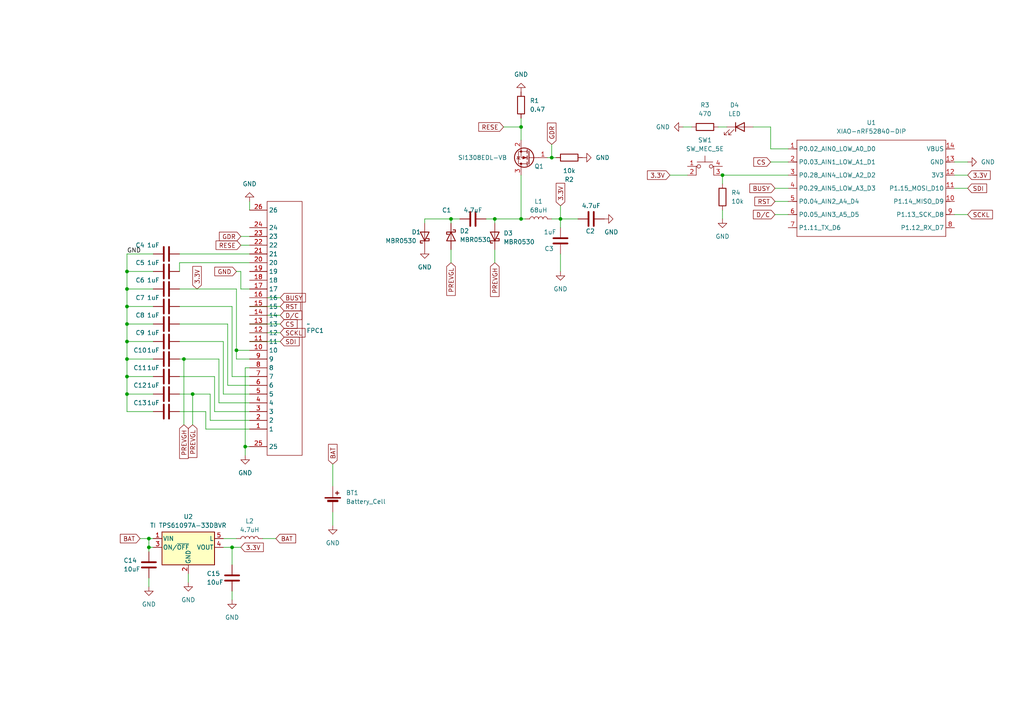
<source format=kicad_sch>
(kicad_sch (version 20250114) (generator "eeschema") (generator_version "9.0")
  (paper "A4")
  (lib_symbols
    (symbol "Device:Battery_Cell" (pin_numbers (hide yes)) (pin_names (offset 0) (hide yes))
      (property "Reference" "BT" (at 2.54 2.54 0))
      (property "Value" "Battery_Cell" (at 2.54 0 0))
      (symbol "Battery_Cell_0_1"
        (rectangle (start -2.286 1.778) (end 2.286 1.524) (fill (type outline)))
        (rectangle (start -1.524 1.016) (end 1.524 0.508) (fill (type outline)))
        (polyline (pts (xy 0 1.778) (xy 0 2.54)))
        (polyline (pts (xy 0 0.762) (xy 0 0)))
        (polyline (pts (xy 0.762 3.048) (xy 1.778 3.048)) (stroke (width 0.254)))
        (polyline (pts (xy 1.27 3.556) (xy 1.27 2.54)) (stroke (width 0.254)))
      )
      (symbol "Battery_Cell_1_1"
        (pin passive line (at 0 5.08 270) (length 2.54) (name "+") (number "1"))
        (pin passive line (at 0 -2.54 90) (length 2.54) (name "-") (number "2"))
      )
    )
    (symbol "Device:C" (pin_numbers (hide yes)) (pin_names (offset 0.254))
      (property "Reference" "C" (at 0.635 2.54 0))
      (property "Value" "C" (at 0.635 -2.54 0))
      (symbol "C_0_1"
        (polyline (pts (xy -2.032 0.762) (xy 2.032 0.762)) (stroke (width 0.508)))
        (polyline (pts (xy -2.032 -0.762) (xy 2.032 -0.762)) (stroke (width 0.508)))
      )
      (symbol "C_1_1"
        (pin passive line (at 0 3.81 270) (length 2.794) (name "~") (number "1"))
        (pin passive line (at 0 -3.81 90) (length 2.794) (name "~") (number "2"))
      )
    )
    (symbol "Device:L" (pin_numbers (hide yes)) (pin_names (offset 1.016) (hide yes))
      (property "Reference" "L" (at -1.27 0 90))
      (property "Value" "L" (at 1.905 0 90))
      (symbol "L_0_1"
        (arc (start 0 2.54) (mid 0.6323 1.905) (end 0 1.27))
        (arc (start 0 1.27) (mid 0.6323 0.635) (end 0 0))
        (arc (start 0 0) (mid 0.6323 -0.635) (end 0 -1.27))
        (arc (start 0 -1.27) (mid 0.6323 -1.905) (end 0 -2.54))
      )
      (symbol "L_1_1"
        (pin passive line (at 0 3.81 270) (length 1.27) (name "1") (number "1"))
        (pin passive line (at 0 -3.81 90) (length 1.27) (name "2") (number "2"))
      )
    )
    (symbol "Device:LED" (pin_numbers (hide yes)) (pin_names (offset 1.016) (hide yes))
      (property "Reference" "D" (at 0 2.54 0))
      (property "Value" "LED" (at 0 -2.54 0))
      (symbol "LED_0_1"
        (polyline (pts (xy -3.048 -0.762) (xy -4.572 -2.286) (xy -3.81 -2.286) (xy -4.572 -2.286) (xy -4.572 -1.524)))
        (polyline (pts (xy -1.778 -0.762) (xy -3.302 -2.286) (xy -2.54 -2.286) (xy -3.302 -2.286) (xy -3.302 -1.524)))
        (polyline (pts (xy -1.27 0) (xy 1.27 0)))
        (polyline (pts (xy -1.27 -1.27) (xy -1.27 1.27)) (stroke (width 0.254)))
        (polyline (pts (xy 1.27 -1.27) (xy 1.27 1.27) (xy -1.27 0) (xy 1.27 -1.27)) (stroke (width 0.254)))
      )
      (symbol "LED_1_1"
        (pin passive line (at -3.81 0 0) (length 2.54) (name "K") (number "1"))
        (pin passive line (at 3.81 0 180) (length 2.54) (name "A") (number "2"))
      )
    )
    (symbol "Device:R" (pin_numbers (hide yes)) (pin_names (offset 0))
      (property "Reference" "R" (at 2.032 0 90))
      (property "Value" "R" (at 0 0 90))
      (symbol "R_0_1"
        (rectangle (start -1.016 -2.54) (end 1.016 2.54) (stroke (width 0.254)))
      )
      (symbol "R_1_1"
        (pin passive line (at 0 3.81 270) (length 1.27) (name "~") (number "1"))
        (pin passive line (at 0 -3.81 90) (length 1.27) (name "~") (number "2"))
      )
    )
    (symbol "Diode:MBR0530" (pin_numbers (hide yes)) (pin_names (offset 1.016) (hide yes))
      (property "Reference" "D" (at 0 2.54 0))
      (property "Value" "MBR0530" (at 0 -2.54 0))
      (symbol "MBR0530_0_1"
        (polyline (pts (xy -1.905 0.635) (xy -1.905 1.27) (xy -1.27 1.27) (xy -1.27 -1.27) (xy -0.635 -1.27) (xy -0.635 -0.635)) (stroke (width 0.254)))
        (polyline (pts (xy 1.27 1.27) (xy 1.27 -1.27) (xy -1.27 0) (xy 1.27 1.27)) (stroke (width 0.254)))
        (polyline (pts (xy 1.27 0) (xy -1.27 0)))
      )
      (symbol "MBR0530_1_1"
        (pin passive line (at -3.81 0 0) (length 2.54) (name "K") (number "1"))
        (pin passive line (at 3.81 0 180) (length 2.54) (name "A") (number "2"))
      )
    )
    (symbol "MyLib:AFC07-S24ECA-00"
      (property "Reference" "FPC" (at 0 0 0))
      (symbol "AFC07-S24ECA-00_1_0"
        (rectangle (start -2.54 -36.83) (end 7.62 36.83))
        (pin unspecified line (at -7.62 34.29 0) (length 5.08) (name "25") (number "25"))
        (pin unspecified line (at -7.62 29.21 0) (length 5.08) (name "1") (number "1"))
        (pin unspecified line (at -7.62 26.67 0) (length 5.08) (name "2") (number "2"))
        (pin unspecified line (at -7.62 24.13 0) (length 5.08) (name "3") (number "3"))
        (pin unspecified line (at -7.62 21.59 0) (length 5.08) (name "4") (number "4"))
        (pin unspecified line (at -7.62 19.05 0) (length 5.08) (name "5") (number "5"))
        (pin unspecified line (at -7.62 16.51 0) (length 5.08) (name "6") (number "6"))
        (pin unspecified line (at -7.62 13.97 0) (length 5.08) (name "7") (number "7"))
        (pin unspecified line (at -7.62 11.43 0) (length 5.08) (name "8") (number "8"))
        (pin unspecified line (at -7.62 8.89 0) (length 5.08) (name "9") (number "9"))
        (pin unspecified line (at -7.62 6.35 0) (length 5.08) (name "10") (number "10"))
        (pin unspecified line (at -7.62 3.81 0) (length 5.08) (name "11") (number "11"))
        (pin unspecified line (at -7.62 1.27 0) (length 5.08) (name "12") (number "12"))
        (pin unspecified line (at -7.62 -1.27 0) (length 5.08) (name "13") (number "13"))
        (pin unspecified line (at -7.62 -3.81 0) (length 5.08) (name "14") (number "14"))
        (pin unspecified line (at -7.62 -6.35 0) (length 5.08) (name "15") (number "15"))
        (pin unspecified line (at -7.62 -8.89 0) (length 5.08) (name "16") (number "16"))
        (pin unspecified line (at -7.62 -11.43 0) (length 5.08) (name "17") (number "17"))
        (pin unspecified line (at -7.62 -13.97 0) (length 5.08) (name "18") (number "18"))
        (pin unspecified line (at -7.62 -16.51 0) (length 5.08) (name "19") (number "19"))
        (pin unspecified line (at -7.62 -19.05 0) (length 5.08) (name "20") (number "20"))
        (pin unspecified line (at -7.62 -21.59 0) (length 5.08) (name "21") (number "21"))
        (pin unspecified line (at -7.62 -24.13 0) (length 5.08) (name "22") (number "22"))
        (pin unspecified line (at -7.62 -26.67 0) (length 5.08) (name "23") (number "23"))
        (pin unspecified line (at -7.62 -29.21 0) (length 5.08) (name "24") (number "24"))
        (pin unspecified line (at -7.62 -34.29 0) (length 5.08) (name "26") (number "26"))
      )
    )
    (symbol "Regulator_Linear:LP2985-3.3" (pin_names (offset 0.254))
      (property "Reference" "U2" (at 0 8.89 0))
      (property "Value" "TI TPS61097A-33DBVR" (at 0 6.35 0))
      (symbol "LP2985-3.3_0_1"
        (rectangle (start -7.62 -5.08) (end 7.62 4.445) (stroke (width 0.254)) (fill (type background)))
      )
      (symbol "LP2985-3.3_1_1"
        (pin power_in line (at -10.16 2.54 0) (length 2.54) (name "VIN") (number "1"))
        (pin input line (at -10.16 0 0) (length 2.54) (name "ON/~{OFF}") (number "3"))
        (pin power_in line (at 0 -7.62 90) (length 2.54) (name "GND") (number "2"))
        (pin output line (at 10.16 2.54 180) (length 2.54) (name "L") (number "5"))
        (pin power_out line (at 10.16 0 180) (length 2.54) (name "VOUT") (number "4"))
      )
    )
    (symbol "Seeed_XIAO:XIAO-nRF52840-DIP"
      (property "Reference" "U" (at -3.048 1.778 0))
      (property "Value" "XIAO-nRF52840-DIP" (at 3.048 -0.254 0))
      (symbol "XIAO-nRF52840-DIP_1_0"
        (polyline (pts (xy -3.81 -1.27) (xy 39.37 -1.27)) (stroke (width 0.1524)))
        (polyline (pts (xy -3.81 -3.81) (xy -5.08 -3.81)) (stroke (width 0.1524)))
        (polyline (pts (xy -3.81 -3.81) (xy -3.81 -1.27)) (stroke (width 0.1524)))
        (polyline (pts (xy -3.81 -7.62) (xy -5.08 -7.62)) (stroke (width 0.1524)))
        (polyline (pts (xy -3.81 -7.62) (xy -3.81 -3.81)) (stroke (width 0.1524)))
        (polyline (pts (xy -3.81 -11.43) (xy -5.08 -11.43)) (stroke (width 0.1524)))
        (polyline (pts (xy -3.81 -11.43) (xy -3.81 -7.62)) (stroke (width 0.1524)))
        (polyline (pts (xy -3.81 -15.24) (xy -5.08 -15.24)) (stroke (width 0.1524)))
        (polyline (pts (xy -3.81 -15.24) (xy -3.81 -11.43)) (stroke (width 0.1524)))
        (polyline (pts (xy -3.81 -19.05) (xy -5.08 -19.05)) (stroke (width 0.1524)))
        (polyline (pts (xy -3.81 -22.86) (xy -5.08 -22.86)) (stroke (width 0.1524)))
        (polyline (pts (xy -3.81 -26.67) (xy -5.08 -26.67)) (stroke (width 0.1524)))
        (polyline (pts (xy -3.81 -29.21) (xy -3.81 -15.24)) (stroke (width 0.1524)))
        (polyline (pts (xy 39.37 -1.27) (xy 39.37 -3.81)) (stroke (width 0.1524)))
        (polyline (pts (xy 39.37 -3.81) (xy 39.37 -7.62)) (stroke (width 0.1524)))
        (polyline (pts (xy 39.37 -7.62) (xy 39.37 -11.43)) (stroke (width 0.1524)))
        (polyline (pts (xy 39.37 -11.43) (xy 39.37 -29.21)) (stroke (width 0.1524)))
        (polyline (pts (xy 39.37 -29.21) (xy -3.81 -29.21)) (stroke (width 0.1524)))
        (polyline (pts (xy 40.64 -3.81) (xy 39.37 -3.81)) (stroke (width 0.1524)))
        (polyline (pts (xy 40.64 -7.62) (xy 39.37 -7.62)) (stroke (width 0.1524)))
        (polyline (pts (xy 40.64 -11.43) (xy 39.37 -11.43)) (stroke (width 0.1524)))
        (polyline (pts (xy 40.64 -15.24) (xy 39.37 -15.24)) (stroke (width 0.1524)))
        (polyline (pts (xy 40.64 -19.05) (xy 39.37 -19.05)) (stroke (width 0.1524)))
        (polyline (pts (xy 40.64 -22.86) (xy 39.37 -22.86)) (stroke (width 0.1524)))
        (polyline (pts (xy 40.64 -26.67) (xy 39.37 -26.67)) (stroke (width 0.1524)))
        (pin passive line (at -6.35 -3.81 0) (length 2.54) (name "P0.02_AIN0_LOW_A0_D0") (number "1"))
        (pin passive line (at -6.35 -7.62 0) (length 2.54) (name "P0.03_AIN1_LOW_A1_D1") (number "2"))
        (pin passive line (at -6.35 -11.43 0) (length 2.54) (name "P0.28_AIN4_LOW_A2_D2") (number "3"))
        (pin passive line (at -6.35 -15.24 0) (length 2.54) (name "P0.29_AIN5_LOW_A3_D3") (number "4"))
        (pin passive line (at -6.35 -19.05 0) (length 2.54) (name "P0.04_AIN2_A4_D4") (number "5"))
        (pin passive line (at -6.35 -22.86 0) (length 2.54) (name "P0.05_AIN3_A5_D5") (number "6"))
        (pin passive line (at -6.35 -26.67 0) (length 2.54) (name "P1.11_TX_D6") (number "7"))
        (pin passive line (at 41.91 -3.81 180) (length 2.54) (name "VBUS") (number "14"))
        (pin passive line (at 41.91 -7.62 180) (length 2.54) (name "GND") (number "13"))
        (pin passive line (at 41.91 -11.43 180) (length 2.54) (name "3V3") (number "12"))
        (pin passive line (at 41.91 -15.24 180) (length 2.54) (name "P1.15_MOSI_D10") (number "11"))
        (pin passive line (at 41.91 -19.05 180) (length 2.54) (name "P1.14_MISO_D9") (number "10"))
        (pin passive line (at 41.91 -22.86 180) (length 2.54) (name "P1.13_SCK_D8") (number "9"))
        (pin passive line (at 41.91 -26.67 180) (length 2.54) (name "P1.12_RX_D7") (number "8"))
      )
    )
    (symbol "Switch:SW_MEC_5E" (pin_names (offset 1.016) (hide yes))
      (property "Reference" "SW" (at 0.635 5.715 0))
      (property "Value" "SW_MEC_5E" (at 0 -3.175 0))
      (symbol "SW_MEC_5E_0_1"
        (polyline (pts (xy -2.54 0) (xy -2.54 2.54) (xy -2.286 2.54)))
        (polyline (pts (xy -2.286 3.81) (xy 2.286 3.81)))
        (circle (center -1.778 2.54) (radius 0.508))
        (polyline (pts (xy 0 3.81) (xy 0 5.588)))
        (circle (center 1.778 2.54) (radius 0.508))
        (polyline (pts (xy 2.54 0) (xy 2.54 2.54) (xy 2.286 2.54)))
        (pin passive line (at -5.08 2.54 0) (length 2.54) (name "1") (number "1"))
        (pin passive line (at -5.08 0 0) (length 2.54) (name "2") (number "2"))
        (pin passive line (at 5.08 2.54 180) (length 2.54) (name "A") (number "4"))
        (pin passive line (at 5.08 0 180) (length 2.54) (name "K") (number "3"))
      )
    )
    (symbol "Transistor_FET:IRLML2060" (pin_names (hide yes))
      (property "Reference" "Q1" (at 3.81 3.81 0))
      (property "Value" "SI1308EDL-VB" (at 3.81 1.27 0))
      (symbol "IRLML2060_0_1"
        (polyline (pts (xy 0.254 1.905) (xy 0.254 -1.905)) (stroke (width 0.254)))
        (polyline (pts (xy 0.254 0) (xy -2.54 0)))
        (polyline (pts (xy 0.762 2.286) (xy 0.762 1.27)) (stroke (width 0.254)))
        (polyline (pts (xy 0.762 0.508) (xy 0.762 -0.508)) (stroke (width 0.254)))
        (polyline (pts (xy 0.762 -1.27) (xy 0.762 -2.286)) (stroke (width 0.254)))
        (polyline (pts (xy 0.762 -1.778) (xy 3.302 -1.778) (xy 3.302 1.778) (xy 0.762 1.778)))
        (polyline (pts (xy 1.016 0) (xy 2.032 0.381) (xy 2.032 -0.381) (xy 1.016 0)) (fill (type outline)))
        (circle (center 1.651 0) (radius 2.794) (stroke (width 0.254)))
        (polyline (pts (xy 2.54 2.54) (xy 2.54 1.778)))
        (circle (center 2.54 1.778) (radius 0.254) (fill (type outline)))
        (circle (center 2.54 -1.778) (radius 0.254) (fill (type outline)))
        (polyline (pts (xy 2.54 -2.54) (xy 2.54 0) (xy 0.762 0)))
        (polyline (pts (xy 2.794 0.508) (xy 2.921 0.381) (xy 3.683 0.381) (xy 3.81 0.254)))
        (polyline (pts (xy 3.302 0.381) (xy 2.921 -0.254) (xy 3.683 -0.254) (xy 3.302 0.381)))
      )
      (symbol "IRLML2060_1_1"
        (pin input line (at -5.08 0 0) (length 2.54) (name "G") (number "1"))
        (pin passive line (at 2.54 5.08 270) (length 2.54) (name "D") (number "3"))
        (pin passive line (at 2.54 -5.08 90) (length 2.54) (name "S") (number "2"))
      )
    )
    (symbol "power:GND" (power) (pin_names (offset 0))
      (property "Value" "GND" (at 0 -3.81 0))
      (symbol "GND_0_1"
        (polyline (pts (xy 0 0) (xy 0 -1.27) (xy 1.27 -1.27) (xy 0 -2.54) (xy -1.27 -1.27) (xy 0 -1.27)))
      )
      (symbol "GND_1_1"
        (pin power_in line (at 0 0 270) (length 0) (hide yes) (name "GND") (number "1"))
      )
    )
  )
  (junction (at 67.31 158.75))
  (junction (at 143.51 63.5))
  (junction (at 36.83 104.14))
  (junction (at 53.34 104.14))
  (junction (at 36.83 88.9))
  (junction (at 151.13 36.83))
  (junction (at 130.81 63.5))
  (junction (at 36.83 78.74))
  (junction (at 36.83 83.82))
  (junction (at 55.88 114.3))
  (junction (at 71.12 129.54))
  (junction (at 151.13 63.5))
  (junction (at 43.18 156.21))
  (junction (at 36.83 114.3))
  (junction (at 209.55 50.8))
  (junction (at 68.58 101.6))
  (junction (at 43.18 158.75))
  (junction (at 36.83 93.98))
  (junction (at 162.56 63.5))
  (junction (at 160.02 45.72))
  (junction (at 36.83 99.06))
  (junction (at 36.83 109.22))
  (wire (pts (xy 62.23 119.38) (xy 62.23 109.22)))
  (wire (pts (xy 223.52 43.18) (xy 228.6 43.18)))
  (wire (pts (xy 36.83 109.22) (xy 36.83 114.3)))
  (wire (pts (xy 96.52 134.62) (xy 96.52 140.97)))
  (wire (pts (xy 276.86 46.99) (xy 280.67 46.99)))
  (wire (pts (xy 72.39 101.6) (xy 68.58 101.6)))
  (wire (pts (xy 36.83 83.82) (xy 36.83 88.9)))
  (wire (pts (xy 55.88 114.3) (xy 55.88 123.19)))
  (wire (pts (xy 36.83 93.98) (xy 36.83 99.06)))
  (wire (pts (xy 44.45 73.66) (xy 36.83 73.66)))
  (wire (pts (xy 209.55 60.96) (xy 209.55 63.5)))
  (wire (pts (xy 44.45 158.75) (xy 43.18 158.75)))
  (wire (pts (xy 72.39 96.52) (xy 81.28 96.52)))
  (wire (pts (xy 43.18 158.75) (xy 43.18 156.21)))
  (wire (pts (xy 67.31 158.75) (xy 69.85 158.75)))
  (wire (pts (xy 55.88 114.3) (xy 60.96 114.3)))
  (wire (pts (xy 63.5 104.14) (xy 63.5 116.84)))
  (wire (pts (xy 67.31 109.22) (xy 67.31 88.9)))
  (wire (pts (xy 223.52 46.99) (xy 228.6 46.99)))
  (wire (pts (xy 52.07 73.66) (xy 72.39 73.66)))
  (wire (pts (xy 69.85 71.12) (xy 72.39 71.12)))
  (wire (pts (xy 72.39 88.9) (xy 81.28 88.9)))
  (wire (pts (xy 53.34 104.14) (xy 63.5 104.14)))
  (wire (pts (xy 162.56 59.69) (xy 162.56 63.5)))
  (wire (pts (xy 162.56 63.5) (xy 167.64 63.5)))
  (wire (pts (xy 60.96 114.3) (xy 60.96 121.92)))
  (wire (pts (xy 36.83 73.66) (xy 36.83 78.74)))
  (wire (pts (xy 72.39 119.38) (xy 62.23 119.38)))
  (wire (pts (xy 198.12 36.83) (xy 200.66 36.83)))
  (wire (pts (xy 69.85 83.82) (xy 72.39 83.82)))
  (wire (pts (xy 66.04 93.98) (xy 66.04 111.76)))
  (wire (pts (xy 151.13 34.29) (xy 151.13 36.83)))
  (wire (pts (xy 224.79 54.61) (xy 228.6 54.61)))
  (wire (pts (xy 67.31 171.45) (xy 67.31 173.99)))
  (wire (pts (xy 36.83 88.9) (xy 44.45 88.9)))
  (wire (pts (xy 71.12 129.54) (xy 72.39 129.54)))
  (wire (pts (xy 158.75 45.72) (xy 160.02 45.72)))
  (wire (pts (xy 123.19 63.5) (xy 130.81 63.5)))
  (wire (pts (xy 36.83 99.06) (xy 44.45 99.06)))
  (wire (pts (xy 224.79 58.42) (xy 228.6 58.42)))
  (wire (pts (xy 36.83 114.3) (xy 36.83 119.38)))
  (wire (pts (xy 140.97 63.5) (xy 143.51 63.5)))
  (wire (pts (xy 162.56 63.5) (xy 162.56 66.04)))
  (wire (pts (xy 72.39 114.3) (xy 64.77 114.3)))
  (wire (pts (xy 218.44 36.83) (xy 223.52 36.83)))
  (wire (pts (xy 72.39 76.2) (xy 52.07 76.2)))
  (wire (pts (xy 160.02 45.72) (xy 161.29 45.72)))
  (wire (pts (xy 72.39 104.14) (xy 68.58 104.14)))
  (wire (pts (xy 68.58 78.74) (xy 69.85 78.74)))
  (wire (pts (xy 151.13 50.8) (xy 151.13 63.5)))
  (wire (pts (xy 69.85 78.74) (xy 69.85 83.82)))
  (wire (pts (xy 43.18 156.21) (xy 44.45 156.21)))
  (wire (pts (xy 209.55 50.8) (xy 209.55 53.34)))
  (wire (pts (xy 66.04 111.76) (xy 72.39 111.76)))
  (wire (pts (xy 72.39 86.36) (xy 81.28 86.36)))
  (wire (pts (xy 223.52 36.83) (xy 223.52 43.18)))
  (wire (pts (xy 68.58 104.14) (xy 68.58 101.6)))
  (wire (pts (xy 64.77 114.3) (xy 64.77 99.06)))
  (wire (pts (xy 151.13 63.5) (xy 152.4 63.5)))
  (wire (pts (xy 276.86 62.23) (xy 280.67 62.23)))
  (wire (pts (xy 224.79 62.23) (xy 228.6 62.23)))
  (wire (pts (xy 62.23 109.22) (xy 52.07 109.22)))
  (wire (pts (xy 36.83 78.74) (xy 36.83 83.82)))
  (wire (pts (xy 52.07 104.14) (xy 53.34 104.14)))
  (wire (pts (xy 36.83 93.98) (xy 44.45 93.98)))
  (wire (pts (xy 36.83 83.82) (xy 44.45 83.82)))
  (wire (pts (xy 43.18 158.75) (xy 43.18 160.02)))
  (wire (pts (xy 130.81 72.39) (xy 130.81 76.2)))
  (wire (pts (xy 72.39 99.06) (xy 81.28 99.06)))
  (wire (pts (xy 36.83 119.38) (xy 44.45 119.38)))
  (wire (pts (xy 36.83 99.06) (xy 36.83 104.14)))
  (wire (pts (xy 72.39 58.42) (xy 72.39 60.96)))
  (wire (pts (xy 209.55 50.8) (xy 228.6 50.8)))
  (wire (pts (xy 36.83 78.74) (xy 44.45 78.74)))
  (wire (pts (xy 67.31 158.75) (xy 67.31 163.83)))
  (wire (pts (xy 96.52 148.59) (xy 96.52 152.4)))
  (wire (pts (xy 36.83 109.22) (xy 44.45 109.22)))
  (wire (pts (xy 67.31 88.9) (xy 52.07 88.9)))
  (wire (pts (xy 160.02 63.5) (xy 162.56 63.5)))
  (wire (pts (xy 63.5 116.84) (xy 72.39 116.84)))
  (wire (pts (xy 194.31 50.8) (xy 199.39 50.8)))
  (wire (pts (xy 276.86 50.8) (xy 280.67 50.8)))
  (wire (pts (xy 143.51 72.39) (xy 143.51 76.2)))
  (wire (pts (xy 59.69 119.38) (xy 52.07 119.38)))
  (wire (pts (xy 146.05 36.83) (xy 151.13 36.83)))
  (wire (pts (xy 72.39 109.22) (xy 67.31 109.22)))
  (wire (pts (xy 72.39 124.46) (xy 59.69 124.46)))
  (wire (pts (xy 36.83 104.14) (xy 44.45 104.14)))
  (wire (pts (xy 43.18 167.64) (xy 43.18 170.18)))
  (wire (pts (xy 72.39 91.44) (xy 81.28 91.44)))
  (wire (pts (xy 64.77 156.21) (xy 68.58 156.21)))
  (wire (pts (xy 52.07 76.2) (xy 52.07 78.74)))
  (wire (pts (xy 60.96 121.92) (xy 72.39 121.92)))
  (wire (pts (xy 208.28 36.83) (xy 210.82 36.83)))
  (wire (pts (xy 160.02 41.91) (xy 160.02 45.72)))
  (wire (pts (xy 76.2 156.21) (xy 80.01 156.21)))
  (wire (pts (xy 36.83 104.14) (xy 36.83 109.22)))
  (wire (pts (xy 123.19 64.77) (xy 123.19 63.5)))
  (wire (pts (xy 53.34 104.14) (xy 53.34 123.19)))
  (wire (pts (xy 143.51 63.5) (xy 151.13 63.5)))
  (wire (pts (xy 71.12 129.54) (xy 71.12 132.08)))
  (wire (pts (xy 71.12 106.68) (xy 71.12 129.54)))
  (wire (pts (xy 54.61 166.37) (xy 54.61 168.91)))
  (wire (pts (xy 69.85 68.58) (xy 72.39 68.58)))
  (wire (pts (xy 72.39 93.98) (xy 81.28 93.98)))
  (wire (pts (xy 52.07 93.98) (xy 66.04 93.98)))
  (wire (pts (xy 130.81 63.5) (xy 133.35 63.5)))
  (wire (pts (xy 64.77 99.06) (xy 52.07 99.06)))
  (wire (pts (xy 52.07 83.82) (xy 68.58 83.82)))
  (wire (pts (xy 276.86 54.61) (xy 280.67 54.61)))
  (wire (pts (xy 143.51 63.5) (xy 143.51 64.77)))
  (wire (pts (xy 130.81 64.77) (xy 130.81 63.5)))
  (wire (pts (xy 59.69 124.46) (xy 59.69 119.38)))
  (wire (pts (xy 40.64 156.21) (xy 43.18 156.21)))
  (wire (pts (xy 36.83 114.3) (xy 44.45 114.3)))
  (wire (pts (xy 64.77 158.75) (xy 67.31 158.75)))
  (wire (pts (xy 52.07 114.3) (xy 55.88 114.3)))
  (wire (pts (xy 151.13 36.83) (xy 151.13 40.64)))
  (wire (pts (xy 68.58 101.6) (xy 68.58 83.82)))
  (wire (pts (xy 36.83 88.9) (xy 36.83 93.98)))
  (wire (pts (xy 72.39 106.68) (xy 71.12 106.68)))
  (wire (pts (xy 162.56 73.66) (xy 162.56 78.74)))
  (label "GND" (at 36.83 73.66 0))
  (global_label "CS" (shape input) (at 223.52 46.99 180) (property "Intersheetrefs" "${INTERSHEET_REFS}" (effects (hide yes))))
  (global_label "RESE" (shape input) (at 146.05 36.83 180) (property "Intersheetrefs" "${INTERSHEET_REFS}" (effects (hide yes))))
  (global_label "3.3V" (shape input) (at 162.56 59.69 90) (property "Intersheetrefs" "${INTERSHEET_REFS}" (effects (hide yes))))
  (global_label "D{slash}C" (shape input) (at 81.28 91.44 0) (property "Intersheetrefs" "${INTERSHEET_REFS}" (effects (hide yes))))
  (global_label "3.3V" (shape input) (at 57.15 83.82 90) (property "Intersheetrefs" "${INTERSHEET_REFS}" (effects (hide yes))))
  (global_label "RST" (shape input) (at 81.28 88.9 0) (property "Intersheetrefs" "${INTERSHEET_REFS}" (effects (hide yes))))
  (global_label "PREVGH" (shape input) (at 53.34 123.19 270) (property "Intersheetrefs" "${INTERSHEET_REFS}" (effects (hide yes))))
  (global_label "PREVGL" (shape input) (at 55.88 123.19 270) (property "Intersheetrefs" "${INTERSHEET_REFS}" (effects (hide yes))))
  (global_label "SCKL" (shape input) (at 81.28 96.52 0) (property "Intersheetrefs" "${INTERSHEET_REFS}" (effects (hide yes))))
  (global_label "BAT" (shape input) (at 40.64 156.21 180) (property "Intersheetrefs" "${INTERSHEET_REFS}" (effects (hide yes))))
  (global_label "BUSY" (shape input) (at 224.79 54.61 180) (property "Intersheetrefs" "${INTERSHEET_REFS}" (effects (hide yes))))
  (global_label "GDR" (shape input) (at 160.02 41.91 90) (property "Intersheetrefs" "${INTERSHEET_REFS}" (effects (hide yes))))
  (global_label "BAT" (shape input) (at 80.01 156.21 0) (property "Intersheetrefs" "${INTERSHEET_REFS}" (effects (hide yes))))
  (global_label "BAT" (shape input) (at 96.52 134.62 90) (property "Intersheetrefs" "${INTERSHEET_REFS}" (effects (hide yes))))
  (global_label "SDI" (shape input) (at 280.67 54.61 0) (property "Intersheetrefs" "${INTERSHEET_REFS}" (effects (hide yes))))
  (global_label "RESE" (shape input) (at 69.85 71.12 180) (property "Intersheetrefs" "${INTERSHEET_REFS}" (effects (hide yes))))
  (global_label "3.3V" (shape input) (at 194.31 50.8 180) (property "Intersheetrefs" "${INTERSHEET_REFS}" (effects (hide yes))))
  (global_label "3.3V" (shape input) (at 280.67 50.8 0) (property "Intersheetrefs" "${INTERSHEET_REFS}" (effects (hide yes))))
  (global_label "3.3V" (shape input) (at 69.85 158.75 0) (property "Intersheetrefs" "${INTERSHEET_REFS}" (effects (hide yes))))
  (global_label "RST" (shape input) (at 224.79 58.42 180) (property "Intersheetrefs" "${INTERSHEET_REFS}" (effects (hide yes))))
  (global_label "GND" (shape input) (at 68.58 78.74 180) (property "Intersheetrefs" "${INTERSHEET_REFS}" (effects (hide yes))))
  (global_label "SDI" (shape input) (at 81.28 99.06 0) (property "Intersheetrefs" "${INTERSHEET_REFS}" (effects (hide yes))))
  (global_label "GDR" (shape input) (at 69.85 68.58 180) (property "Intersheetrefs" "${INTERSHEET_REFS}" (effects (hide yes))))
  (global_label "PREVGL" (shape input) (at 130.81 76.2 270) (property "Intersheetrefs" "${INTERSHEET_REFS}" (effects (hide yes))))
  (global_label "BUSY" (shape input) (at 81.28 86.36 0) (property "Intersheetrefs" "${INTERSHEET_REFS}" (effects (hide yes))))
  (global_label "PREVGH" (shape input) (at 143.51 76.2 270) (property "Intersheetrefs" "${INTERSHEET_REFS}" (effects (hide yes))))
  (global_label "SCKL" (shape input) (at 280.67 62.23 0) (property "Intersheetrefs" "${INTERSHEET_REFS}" (effects (hide yes))))
  (global_label "D{slash}C" (shape input) (at 224.79 62.23 180) (property "Intersheetrefs" "${INTERSHEET_REFS}" (effects (hide yes))))
  (global_label "CS" (shape input) (at 81.28 93.98 0) (property "Intersheetrefs" "${INTERSHEET_REFS}" (effects (hide yes))))
  (symbol (lib_id "Device:C") (at 48.26 88.9 90) (unit 1)
    (property "Reference" "C7" (at 40.64 86.36 90))
    (property "Value" "1uF" (at 44.45 86.36 90))
    (property "Footprint" "Capacitor_SMD:C_0603_1608Metric" (effects (hide yes)))
    (property "LCSC" "C15849" (effects (hide yes)))
  )
  (symbol (lib_id "power:GND") (at 151.13 26.67 180) (unit 1)
    (property "Reference" "#PWR01" (effects (hide yes)))
    (property "Value" "GND" (at 151.13 21.59 0))
  )
  (symbol (lib_id "Device:Battery_Cell") (at 96.52 146.05 0) (unit 1)
    (property "Reference" "BT1" (at 100.33 142.9384 0) (effects (justify left)))
    (property "Value" "Battery_Cell" (at 100.33 145.4784 0) (effects (justify left)))
    (property "Footprint" "MyLibrary:BAT-SMD_MY-2032-08" (effects (hide yes)))
    (property "Description" "Single-cell battery" (effects (hide yes)))
    (property "LCSC" "C964831" (effects (hide yes)))
  )
  (symbol (lib_id "Diode:MBR0530") (at 130.81 68.58 270) (unit 1)
    (property "Reference" "D2" (at 133.35 66.9924 90) (effects (justify left)))
    (property "Value" "MBR0530" (at 133.35 69.5324 90) (effects (justify left)))
    (property "Footprint" "MyLibrary:SOD-123_L2.8-W1.8-LS3.7-RD" (effects (hide yes)))
    (property "Datasheet" "http://www.mccsemi.com/up_pdf/MBR0520~MBR0580(SOD123).pdf" (effects (hide yes)))
    (property "LCSC" "C77336" (effects (hide yes)))
  )
  (symbol (lib_id "Device:C") (at 48.26 104.14 90) (unit 1)
    (property "Reference" "C10" (at 40.64 101.6 90))
    (property "Value" "1uF" (at 44.45 101.6 90))
    (property "Footprint" "Capacitor_SMD:C_0603_1608Metric" (effects (hide yes)))
    (property "LCSC" "C15849" (effects (hide yes)))
  )
  (symbol (lib_id "Device:C") (at 162.56 69.85 180) (unit 1)
    (property "Reference" "C3" (at 159.258 72.136 0))
    (property "Value" "1uF" (at 159.512 67.31 0))
    (property "Footprint" "Capacitor_SMD:C_0603_1608Metric" (effects (hide yes)))
    (property "LCSC" "C15849" (effects (hide yes)))
  )
  (symbol (lib_id "Device:R") (at 209.55 57.15 180) (unit 1)
    (property "Reference" "R4" (at 212.09 55.8799 0) (effects (justify right)))
    (property "Value" "10k" (at 212.09 58.4199 0) (effects (justify right)))
    (property "Footprint" "Resistor_SMD:R_0603_1608Metric" (effects (hide yes)))
    (property "LCSC" "C2930027" (effects (hide yes)))
  )
  (symbol (lib_id "Device:C") (at 48.26 93.98 90) (unit 1)
    (property "Reference" "C8" (at 40.64 91.44 90))
    (property "Value" "1uF" (at 44.45 91.44 90))
    (property "Footprint" "Capacitor_SMD:C_0603_1608Metric" (effects (hide yes)))
    (property "LCSC" "C15849" (effects (hide yes)))
  )
  (symbol (lib_id "Device:C") (at 48.26 83.82 90) (unit 1)
    (property "Reference" "C6" (at 40.64 81.28 90))
    (property "Value" "1uF" (at 44.45 81.28 90))
    (property "Footprint" "Capacitor_SMD:C_0603_1608Metric" (effects (hide yes)))
    (property "LCSC" "C15849" (effects (hide yes)))
  )
  (symbol (lib_id "power:GND") (at 123.19 72.39 0) (unit 1)
    (property "Reference" "#PWR06" (effects (hide yes)))
    (property "Value" "GND" (at 123.19 77.47 0))
  )
  (symbol (lib_id "Device:C") (at 171.45 63.5 90) (unit 1)
    (property "Reference" "C2" (at 171.196 67.056 90))
    (property "Value" "4.7uF" (at 171.45 59.69 90))
    (property "Footprint" "Capacitor_SMD:C_0603_1608Metric" (effects (hide yes)))
    (property "LCSC" "C6119856" (effects (hide yes)))
  )
  (symbol (lib_id "Device:C") (at 48.26 73.66 90) (unit 1)
    (property "Reference" "C4" (at 40.64 71.12 90))
    (property "Value" "1uF" (at 44.45 71.12 90))
    (property "Footprint" "Capacitor_SMD:C_0603_1608Metric" (effects (hide yes)))
    (property "LCSC" "C5673" (effects (hide yes)))
  )
  (symbol (lib_id "power:GND") (at 168.91 45.72 90) (unit 1)
    (property "Reference" "#PWR02" (effects (hide yes)))
    (property "Value" "GND" (at 172.72 45.7201 90) (effects (justify right)))
  )
  (symbol (lib_id "Device:R") (at 204.47 36.83 90) (unit 1)
    (property "Reference" "R3" (at 204.47 30.48 90))
    (property "Value" "470" (at 204.47 33.02 90))
    (property "Footprint" "Resistor_SMD:R_0603_1608Metric" (effects (hide yes)))
    (property "Description" "Resistor" (effects (hide yes)))
    (property "LCSC" "C2907172" (effects (hide yes)))
  )
  (symbol (lib_id "Diode:MBR0530") (at 143.51 68.58 90) (unit 1)
    (property "Reference" "D3" (at 146.05 67.6274 90) (effects (justify right)))
    (property "Value" "MBR0530" (at 146.05 70.1674 90) (effects (justify right)))
    (property "Footprint" "MyLibrary:SOD-123_L2.8-W1.8-LS3.7-RD" (effects (hide yes)))
    (property "Datasheet" "http://www.mccsemi.com/up_pdf/MBR0520~MBR0580(SOD123).pdf" (effects (hide yes)))
    (property "LCSC" "C77336" (effects (hide yes)))
  )
  (symbol (lib_id "Regulator_Linear:LP2985-3.3") (at 54.61 158.75 0) (unit 1)
    (property "Reference" "U2" (at 54.61 149.86 0))
    (property "Value" "TI TPS61097A-33DBVR" (at 54.61 152.4 0))
    (property "Footprint" "Package_TO_SOT_SMD:SOT-23-5" (effects (hide yes)))
    (property "Description" "Boost Fixed 200mA 3.3V 900mV~5.5V SOT-23-5 DC-DC Converters ROHS" (effects (hide yes)))
    (property "LCSC" "C2071172" (effects (hide yes)))
  )
  (symbol (lib_id "power:GND") (at 54.61 168.91 0) (unit 1)
    (property "Reference" "#PWR013" (effects (hide yes)))
    (property "Value" "GND" (at 54.61 173.99 0))
  )
  (symbol (lib_id "Device:C") (at 43.18 163.83 0) (unit 1)
    (property "Reference" "C14" (at 35.814 162.56 0) (effects (justify left)))
    (property "Value" "10uF" (at 35.814 165.1 0) (effects (justify left)))
    (property "Footprint" "Capacitor_SMD:C_0603_1608Metric" (effects (hide yes)))
    (property "Description" "Unpolarized capacitor" (effects (hide yes)))
    (property "LCSC" "C96446" (effects (hide yes)))
  )
  (symbol (lib_id "Device:C") (at 48.26 99.06 90) (unit 1)
    (property "Reference" "C9" (at 40.64 96.52 90))
    (property "Value" "1uF" (at 44.45 96.52 90))
    (property "Footprint" "Capacitor_SMD:C_0603_1608Metric" (effects (hide yes)))
    (property "LCSC" "C15849" (effects (hide yes)))
  )
  (symbol (lib_id "Device:C") (at 67.31 167.64 0) (unit 1)
    (property "Reference" "C15" (at 59.944 166.37 0) (effects (justify left)))
    (property "Value" "10uF" (at 59.944 168.91 0) (effects (justify left)))
    (property "Footprint" "Capacitor_SMD:C_0603_1608Metric" (effects (hide yes)))
    (property "Description" "Unpolarized capacitor" (effects (hide yes)))
    (property "LCSC" "C96446" (effects (hide yes)))
  )
  (symbol (lib_id "power:GND") (at 209.55 63.5 0) (unit 1)
    (property "Reference" "#PWR03" (effects (hide yes)))
    (property "Value" "GND" (at 209.55 68.58 0))
  )
  (symbol (lib_id "Device:R") (at 151.13 30.48 180) (unit 1)
    (property "Reference" "R1" (at 153.67 29.2099 0) (effects (justify right)))
    (property "Value" "0.47" (at 153.67 31.7499 0) (effects (justify right)))
    (property "Footprint" "Resistor_SMD:R_0603_1608Metric" (effects (hide yes)))
    (property "LCSC" "C3013349" (effects (hide yes)))
  )
  (symbol (lib_id "power:GND") (at 96.52 152.4 0) (unit 1)
    (property "Reference" "#PWR012" (effects (hide yes)))
    (property "Value" "GND" (at 96.52 157.48 0))
  )
  (symbol (lib_id "power:GND") (at 72.39 58.42 180) (unit 1)
    (property "Reference" "#PWR04" (effects (hide yes)))
    (property "Value" "GND" (at 72.39 53.34 0))
  )
  (symbol (lib_id "Device:C") (at 48.26 114.3 90) (unit 1)
    (property "Reference" "C12" (at 40.64 111.76 90))
    (property "Value" "1uF" (at 44.45 111.76 90))
    (property "Footprint" "Capacitor_SMD:C_0603_1608Metric" (effects (hide yes)))
    (property "LCSC" "C15849" (effects (hide yes)))
  )
  (symbol (lib_id "Switch:SW_MEC_5E") (at 204.47 50.8 0) (unit 1)
    (property "Reference" "SW1" (at 204.47 40.64 0))
    (property "Value" "SW_MEC_5E" (at 204.47 43.18 0))
    (property "Footprint" "MyLibrary:SW-SMD_4P-L5.2-W5.2-P3.70-LS6.4" (effects (hide yes)))
    (property "Datasheet" "http://www.apem.com/int/index.php?controller=attachment&id_attachment=1371" (effects (hide yes)))
    (property "Description" "MEC 5E single pole normally-open tactile switch" (effects (hide yes)))
    (property "LCSC" "C49234134" (effects (hide yes)))
  )
  (symbol (lib_id "power:GND") (at 71.12 132.08 0) (unit 1)
    (property "Reference" "#PWR011" (effects (hide yes)))
    (property "Value" "GND" (at 71.12 137.16 0))
  )
  (symbol (lib_id "Diode:MBR0530") (at 123.19 68.58 90) (unit 1)
    (property "Reference" "D1" (at 119.38 67.31 90) (effects (justify right)))
    (property "Value" "MBR0530" (at 111.76 69.85 90) (effects (justify right)))
    (property "Footprint" "MyLibrary:SOD-123_L2.8-W1.8-LS3.7-RD" (effects (hide yes)))
    (property "Datasheet" "http://www.mccsemi.com/up_pdf/MBR0520~MBR0580(SOD123).pdf" (effects (hide yes)))
    (property "LCSC" "C77336" (effects (hide yes)))
  )
  (symbol (lib_id "Seeed_XIAO:XIAO-nRF52840-DIP") (at 234.95 39.37 0) (unit 1)
    (property "Reference" "U1" (at 252.73 35.56 0))
    (property "Value" "XIAO-nRF52840-DIP" (at 252.73 38.1 0))
    (property "Footprint" "Seeed_XIAO:XIAO-nRF52840-DIP" (effects (hide yes)))
  )
  (symbol (lib_id "Device:C") (at 48.26 119.38 90) (unit 1)
    (property "Reference" "C13" (at 40.64 116.84 90))
    (property "Value" "1uF" (at 44.45 116.84 90))
    (property "Footprint" "Capacitor_SMD:C_0603_1608Metric" (effects (hide yes)))
    (property "LCSC" "C15849" (effects (hide yes)))
  )
  (symbol (lib_id "power:GND") (at 43.18 170.18 0) (unit 1)
    (property "Reference" "#PWR014" (effects (hide yes)))
    (property "Value" "GND" (at 43.18 175.26 0))
  )
  (symbol (lib_id "power:GND") (at 280.67 46.99 90) (unit 1)
    (property "Reference" "#PWR09" (effects (hide yes)))
    (property "Value" "GND" (at 284.48 46.9899 90) (effects (justify right)))
  )
  (symbol (lib_id "Device:C") (at 137.16 63.5 90) (unit 1)
    (property "Reference" "C1" (at 129.54 60.96 90))
    (property "Value" "4.7uF" (at 137.16 60.96 90))
    (property "Footprint" "Capacitor_SMD:C_0603_1608Metric" (effects (hide yes)))
    (property "LCSC" "C6119856" (effects (hide yes)))
  )
  (symbol (lib_id "Device:C") (at 48.26 78.74 90) (unit 1)
    (property "Reference" "C5" (at 40.64 76.2 90))
    (property "Value" "1uF" (at 44.45 76.2 90))
    (property "Footprint" "Capacitor_SMD:C_0603_1608Metric" (effects (hide yes)))
    (property "LCSC" "C5673" (effects (hide yes)))
  )
  (symbol (lib_id "Device:L") (at 156.21 63.5 90) (unit 1)
    (property "Reference" "L1" (at 156.21 58.42 90))
    (property "Value" "68uH" (at 156.21 60.96 90))
    (property "Footprint" "MyLibrary:C76843" (effects (hide yes)))
    (property "LCSC" "C76843" (effects (hide yes)))
  )
  (symbol (lib_id "MyLib:AFC07-S24ECA-00") (at 80.01 95.25 0) (mirror x) (unit 1)
    (property "Reference" "FPC1" (at 88.9 95.8851 0) (effects (justify left)))
    (property "Value" "~" (at 88.9 93.98 0) (effects (justify left)))
    (property "Footprint" "MyLibrary:FPC-SMD_AFC07-S24ECA-00" (effects (hide yes)))
    (property "Datasheet" "https://atta.szlcsc.com/upload/public/pdf/source/20190726/C11082_A2E7B12387019CE4314BB5199EE0FDF4.pdf" (effects (hide yes)))
    (property "Description" "Locking Feature:抽屉式 Contact Type:Contact,Top Number of Contacts:24P Pitch:0.5mm Mounting Type:卧贴 FFC, FCB Thickness:0.3mm FFC, FCB Thickness:0.3mm Height Above Board:2mm" (effects (hide yes)))
    (property "Manufacturer Part" "AFC07-S24ECA-00" (effects (hide yes)))
    (property "Manufacturer" "JS(钜硕电子)" (effects (hide yes)))
    (property "Supplier Part" "C262643" (effects (hide yes)))
    (property "Supplier" "LCSC" (effects (hide yes)))
    (property "LCSC Part Name" "间距:0.5mm P数:24P 抽屉式 上接" (effects (hide yes)))
  )
  (symbol (lib_id "Device:LED") (at 214.63 36.83 0) (unit 1)
    (property "Reference" "D4" (at 213.0425 30.48 0))
    (property "Value" "LED" (at 213.0425 33.02 0))
    (property "Footprint" "LED_SMD:LED_0603_1608Metric" (effects (hide yes)))
    (property "Description" "Light emitting diode" (effects (hide yes)))
    (property "Sim.Pins" "1=K 2=A" (effects (hide yes)))
    (property "LCSC" "C84263" (effects (hide yes)))
  )
  (symbol (lib_id "power:GND") (at 162.56 78.74 0) (unit 1)
    (property "Reference" "#PWR07" (effects (hide yes)))
    (property "Value" "GND" (at 162.56 83.82 0))
  )
  (symbol (lib_id "power:GND") (at 175.26 63.5 90) (unit 1)
    (property "Reference" "#PWR05" (effects (hide yes)))
    (property "Value" "GND" (at 175.26 67.31 90) (effects (justify right)))
  )
  (symbol (lib_id "Transistor_FET:IRLML2060") (at 153.67 45.72 180) (unit 1)
    (property "Reference" "Q1" (at 157.734 48.26 0) (effects (justify left)))
    (property "Value" "SI1308EDL-VB" (at 147.066 45.72 0) (effects (justify left)))
    (property "Footprint" "Package_TO_SOT_SMD:SOT-323_SC-70" (effects (hide yes)))
    (property "Datasheet" "https://www.infineon.com/dgdl/irlml2060pbf.pdf?fileId=5546d462533600a401535664b7fb25ee" (effects (hide yes)))
    (property "LCSC" "C469327" (effects (hide yes)))
  )
  (symbol (lib_id "power:GND") (at 67.31 173.99 0) (unit 1)
    (property "Reference" "#PWR015" (effects (hide yes)))
    (property "Value" "GND" (at 67.31 179.07 0))
  )
  (symbol (lib_id "power:GND") (at 198.12 36.83 270) (unit 1)
    (property "Reference" "#PWR08" (effects (hide yes)))
    (property "Value" "GND" (at 194.31 36.8299 90) (effects (justify right)))
  )
  (symbol (lib_id "Device:C") (at 48.26 109.22 90) (unit 1)
    (property "Reference" "C11" (at 40.64 106.68 90))
    (property "Value" "1uF" (at 44.45 106.68 90))
    (property "Footprint" "Capacitor_SMD:C_0603_1608Metric" (effects (hide yes)))
    (property "LCSC" "C15849" (effects (hide yes)))
  )
  (symbol (lib_id "Device:L") (at 72.39 156.21 90) (unit 1)
    (property "Reference" "L2" (at 72.39 151.13 90))
    (property "Value" "4.7uH" (at 72.39 153.67 90))
    (property "Footprint" "MyLibrary:IND-SMD_L2.5-W2.0-VLS252012CX-150M" (effects (hide yes)))
    (property "Description" "Inductor" (effects (hide yes)))
    (property "LCSC" "C5832360" (effects (hide yes)))
  )
  (symbol (lib_id "Device:R") (at 165.1 45.72 90) (unit 1)
    (property "Reference" "R2" (at 165.1 52.07 90))
    (property "Value" "10k" (at 165.1 49.53 90))
    (property "Footprint" "Resistor_SMD:R_0603_1608Metric" (effects (hide yes)))
    (property "LCSC" "C2930027" (effects (hide yes)))
  )
)
</source>
